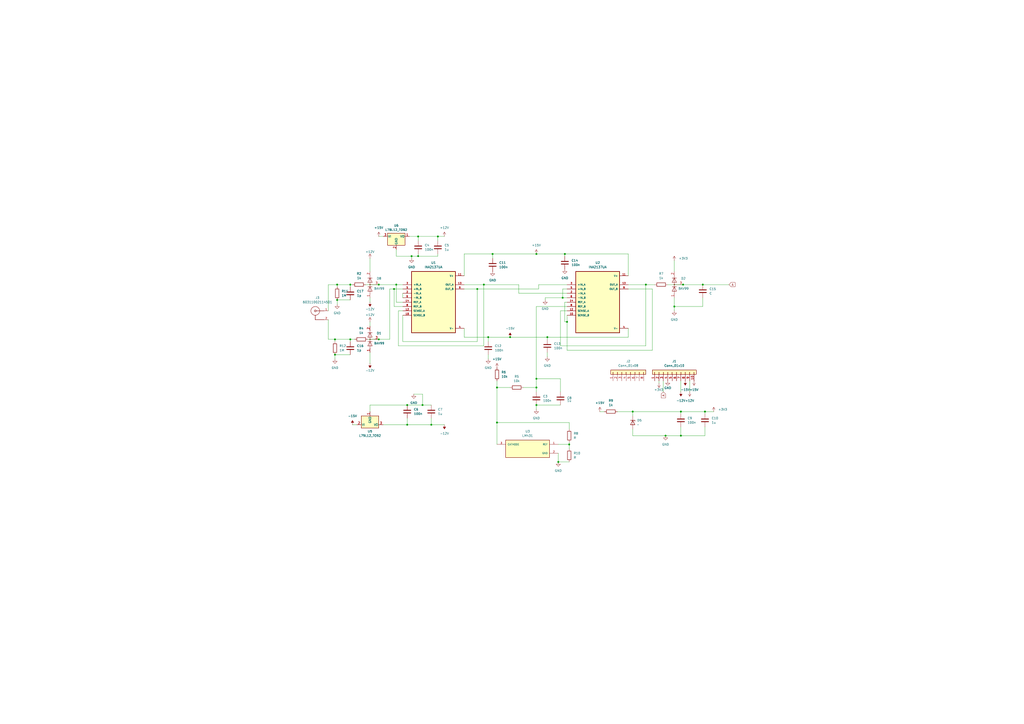
<source format=kicad_sch>
(kicad_sch (version 20231120) (generator "eeschema") (generator_version "8.0")
  (paper "A2")
  (lib_symbols
    (symbol "60311002114501:60311002114501" (pin_names (offset 1.016) hide)
      (property "Reference" "J" (at 0 3.556 0))
      (symbol "60311002114501_0_0"
        (polyline (pts (xy 0 -5.08) (xy 5.08 -5.08)) (stroke (width 0.254)))
        (polyline (pts (xy 0 -2.54) (xy 0 -5.08)) (stroke (width 0.254)))
        (polyline (pts (xy 5.08 0) (xy 0.5334 0)) (stroke (width 0.254)))
        (circle (center 0 0) (radius 0.508) (stroke (width 0.254)))
        (circle (center 0 0) (radius 2.54) (stroke (width 0.2032)))
        (pin passive line (at 7.62 0 180) (length 2.54) (name "~") (number "1"))
        (pin passive line (at 7.62 -5.08 180) (length 2.54) (name "~") (number "2"))
      )
    )
    (symbol "AP7381-50V-A:AP7381-50V-A" (pin_names (offset 1.016))
      (property "Reference" "U3" (at 0 10.16 0))
      (property "Value" "LM431" (at 0 7.62 0))
      (symbol "AP7381-50V-A_0_0"
        (rectangle (start -12.7 -5.08) (end 12.7 5.08) (stroke (width 0.254)) (fill (type background)))
      )
      (symbol "AP7381-50V-A_1_0"
        (pin output line (at 17.78 2.54 180) (length 5.08) (name "REF") (number "1"))
        (pin output line (at 17.78 -2.54 180) (length 5.08) (name "GND") (number "2"))
        (pin input line (at -17.78 2.54 0) (length 5.08) (name "CATHODE") (number "3"))
      )
    )
    (symbol "Connector_Generic:Conn_01x08" (pin_names (offset 1.016) hide)
      (property "Reference" "J" (at 0 10.16 0))
      (property "Value" "Conn_01x08" (at 0 -12.7 0))
      (symbol "Conn_01x08_1_1"
        (rectangle (start -1.27 -10.033) (end 0 -10.287) (stroke (width 0.1524)))
        (rectangle (start -1.27 -7.493) (end 0 -7.747) (stroke (width 0.1524)))
        (rectangle (start -1.27 -4.953) (end 0 -5.207) (stroke (width 0.1524)))
        (rectangle (start -1.27 -2.413) (end 0 -2.667) (stroke (width 0.1524)))
        (rectangle (start -1.27 0.127) (end 0 -0.127) (stroke (width 0.1524)))
        (rectangle (start -1.27 2.667) (end 0 2.413) (stroke (width 0.1524)))
        (rectangle (start -1.27 5.207) (end 0 4.953) (stroke (width 0.1524)))
        (rectangle (start -1.27 7.747) (end 0 7.493) (stroke (width 0.1524)))
        (rectangle (start -1.27 8.89) (end 1.27 -11.43) (stroke (width 0.254)) (fill (type background)))
        (pin passive line (at -5.08 7.62 0) (length 3.81) (name "Pin_1") (number "1"))
        (pin passive line (at -5.08 5.08 0) (length 3.81) (name "Pin_2") (number "2"))
        (pin passive line (at -5.08 2.54 0) (length 3.81) (name "Pin_3") (number "3"))
        (pin passive line (at -5.08 0 0) (length 3.81) (name "Pin_4") (number "4"))
        (pin passive line (at -5.08 -2.54 0) (length 3.81) (name "Pin_5") (number "5"))
        (pin passive line (at -5.08 -5.08 0) (length 3.81) (name "Pin_6") (number "6"))
        (pin passive line (at -5.08 -7.62 0) (length 3.81) (name "Pin_7") (number "7"))
        (pin passive line (at -5.08 -10.16 0) (length 3.81) (name "Pin_8") (number "8"))
      )
    )
    (symbol "Connector_Generic:Conn_01x10" (pin_names (offset 1.016) hide)
      (property "Reference" "J" (at 0 12.7 0))
      (property "Value" "Conn_01x10" (at 0 -15.24 0))
      (symbol "Conn_01x10_1_1"
        (rectangle (start -1.27 -12.573) (end 0 -12.827) (stroke (width 0.1524)))
        (rectangle (start -1.27 -10.033) (end 0 -10.287) (stroke (width 0.1524)))
        (rectangle (start -1.27 -7.493) (end 0 -7.747) (stroke (width 0.1524)))
        (rectangle (start -1.27 -4.953) (end 0 -5.207) (stroke (width 0.1524)))
        (rectangle (start -1.27 -2.413) (end 0 -2.667) (stroke (width 0.1524)))
        (rectangle (start -1.27 0.127) (end 0 -0.127) (stroke (width 0.1524)))
        (rectangle (start -1.27 2.667) (end 0 2.413) (stroke (width 0.1524)))
        (rectangle (start -1.27 5.207) (end 0 4.953) (stroke (width 0.1524)))
        (rectangle (start -1.27 7.747) (end 0 7.493) (stroke (width 0.1524)))
        (rectangle (start -1.27 10.287) (end 0 10.033) (stroke (width 0.1524)))
        (rectangle (start -1.27 11.43) (end 1.27 -13.97) (stroke (width 0.254)) (fill (type background)))
        (pin passive line (at -5.08 10.16 0) (length 3.81) (name "Pin_1") (number "1"))
        (pin passive line (at -5.08 -12.7 0) (length 3.81) (name "Pin_10") (number "10"))
        (pin passive line (at -5.08 7.62 0) (length 3.81) (name "Pin_2") (number "2"))
        (pin passive line (at -5.08 5.08 0) (length 3.81) (name "Pin_3") (number "3"))
        (pin passive line (at -5.08 2.54 0) (length 3.81) (name "Pin_4") (number "4"))
        (pin passive line (at -5.08 0 0) (length 3.81) (name "Pin_5") (number "5"))
        (pin passive line (at -5.08 -2.54 0) (length 3.81) (name "Pin_6") (number "6"))
        (pin passive line (at -5.08 -5.08 0) (length 3.81) (name "Pin_7") (number "7"))
        (pin passive line (at -5.08 -7.62 0) (length 3.81) (name "Pin_8") (number "8"))
        (pin passive line (at -5.08 -10.16 0) (length 3.81) (name "Pin_9") (number "9"))
      )
    )
    (symbol "Device:C" (pin_numbers hide) (pin_names (offset 0.254))
      (property "Reference" "C" (at 0.635 2.54 0))
      (property "Value" "C" (at 0.635 -2.54 0))
      (symbol "C_0_1"
        (polyline (pts (xy -2.032 -0.762) (xy 2.032 -0.762)) (stroke (width 0.508)))
        (polyline (pts (xy -2.032 0.762) (xy 2.032 0.762)) (stroke (width 0.508)))
      )
      (symbol "C_1_1"
        (pin passive line (at 0 3.81 270) (length 2.794) (name "~") (number "1"))
        (pin passive line (at 0 -3.81 90) (length 2.794) (name "~") (number "2"))
      )
    )
    (symbol "Device:R" (pin_numbers hide) (pin_names (offset 0))
      (property "Reference" "R" (at 2.032 0 90))
      (property "Value" "R" (at 0 0 90))
      (symbol "R_0_1"
        (rectangle (start -1.016 -2.54) (end 1.016 2.54) (stroke (width 0.254)))
      )
      (symbol "R_1_1"
        (pin passive line (at 0 3.81 270) (length 1.27) (name "~") (number "1"))
        (pin passive line (at 0 -3.81 90) (length 1.27) (name "~") (number "2"))
      )
    )
    (symbol "Diode:BAV99" (pin_names hide)
      (property "Reference" "D" (at 0 5.08 0))
      (property "Value" "BAV99" (at 0 2.54 0))
      (symbol "BAV99_0_1"
        (polyline (pts (xy -5.08 0) (xy 5.08 0)))
      )
      (symbol "BAV99_1_1"
        (polyline (pts (xy 0 0) (xy 0 -2.54)))
        (polyline (pts (xy -1.27 -1.27) (xy -1.27 1.27) (xy -1.27 1.27)) (stroke (width 0.2032)))
        (polyline (pts (xy 3.81 1.27) (xy 3.81 -1.27) (xy 3.81 -1.27)) (stroke (width 0.2032)))
        (polyline (pts (xy -3.81 1.27) (xy -1.27 0) (xy -3.81 -1.27) (xy -3.81 1.27) (xy -3.81 1.27) (xy -3.81 1.27)) (stroke (width 0.2032)))
        (polyline (pts (xy 1.27 1.27) (xy 3.81 0) (xy 1.27 -1.27) (xy 1.27 1.27) (xy 1.27 1.27) (xy 1.27 1.27)) (stroke (width 0.2032)))
        (circle (center 0 0) (radius 0.254) (fill (type outline)))
        (pin passive line (at -7.62 0 0) (length 2.54) (name "K") (number "1"))
        (pin passive line (at 7.62 0 180) (length 2.54) (name "A") (number "2"))
        (pin passive line (at 0 -5.08 90) (length 2.54) (name "K") (number "3"))
      )
    )
    (symbol "Diode:ZPDxx" (pin_numbers hide) (pin_names hide)
      (property "Reference" "D" (at 0 2.54 0))
      (property "Value" "ZPDxx" (at 0 -2.54 0))
      (symbol "ZPDxx_0_1"
        (polyline (pts (xy 1.27 0) (xy -1.27 0)))
        (polyline (pts (xy -1.27 -1.27) (xy -1.27 1.27) (xy -0.762 1.27)) (stroke (width 0.254)))
        (polyline (pts (xy 1.27 -1.27) (xy 1.27 1.27) (xy -1.27 0) (xy 1.27 -1.27)) (stroke (width 0.254)))
      )
      (symbol "ZPDxx_1_1"
        (pin passive line (at -3.81 0 0) (length 2.54) (name "K") (number "1"))
        (pin passive line (at 3.81 0 180) (length 2.54) (name "A") (number "2"))
      )
    )
    (symbol "INA2137UA:INA2137UA" (pin_names (offset 1.016))
      (property "Reference" "U" (at -12.7 18.7706 0))
      (property "Value" "INA2137UA" (at -12.7 -21.7678 0))
      (symbol "INA2137UA_0_0"
        (rectangle (start -12.7 -17.78) (end 12.7 17.78) (stroke (width 0.4064)) (fill (type background)))
        (pin input line (at -17.78 -7.62 0) (length 5.08) (name "SENSE_B") (number "10"))
        (pin power_in line (at 17.78 15.24 180) (length 5.08) (name "V+") (number "11"))
        (pin input line (at -17.78 -5.08 0) (length 5.08) (name "SENSE_A") (number "12"))
        (pin output line (at 17.78 10.16 180) (length 5.08) (name "OUT_A") (number "13"))
        (pin input line (at -17.78 0 0) (length 5.08) (name "REF_A") (number "14"))
        (pin input line (at -17.78 5.08 0) (length 5.08) (name "-IN_A") (number "2"))
        (pin input line (at -17.78 10.16 0) (length 5.08) (name "+IN_A") (number "3"))
        (pin power_in line (at 17.78 -15.24 180) (length 5.08) (name "V-") (number "4"))
        (pin input line (at -17.78 7.62 0) (length 5.08) (name "+IN_B") (number "5"))
        (pin input line (at -17.78 2.54 0) (length 5.08) (name "-IN_B") (number "6"))
        (pin input line (at -17.78 -2.54 0) (length 5.08) (name "REF_B") (number "8"))
        (pin output line (at 17.78 7.62 180) (length 5.08) (name "OUT_B") (number "9"))
      )
    )
    (symbol "INA2137UA_1" (pin_names (offset 1.016))
      (property "Reference" "U" (at -12.7 18.7706 0))
      (property "Value" "INA2137UA" (at -12.7 -21.7678 0))
      (symbol "INA2137UA_1_0_0"
        (rectangle (start -12.7 -17.78) (end 12.7 17.78) (stroke (width 0.4064)) (fill (type background)))
        (pin input line (at -17.78 -7.62 0) (length 5.08) (name "SENSE_B") (number "10"))
        (pin power_in line (at 17.78 15.24 180) (length 5.08) (name "V+") (number "11"))
        (pin input line (at -17.78 -5.08 0) (length 5.08) (name "SENSE_A") (number "12"))
        (pin output line (at 17.78 10.16 180) (length 5.08) (name "OUT_A") (number "13"))
        (pin input line (at -17.78 0 0) (length 5.08) (name "REF_A") (number "14"))
        (pin input line (at -17.78 5.08 0) (length 5.08) (name "-IN_A") (number "2"))
        (pin input line (at -17.78 10.16 0) (length 5.08) (name "+IN_A") (number "3"))
        (pin power_in line (at 17.78 -15.24 180) (length 5.08) (name "V-") (number "4"))
        (pin input line (at -17.78 7.62 0) (length 5.08) (name "+IN_B") (number "5"))
        (pin input line (at -17.78 2.54 0) (length 5.08) (name "-IN_B") (number "6"))
        (pin input line (at -17.78 -2.54 0) (length 5.08) (name "REF_B") (number "8"))
        (pin output line (at 17.78 7.62 180) (length 5.08) (name "OUT_B") (number "9"))
      )
    )
    (symbol "Regulator_Linear:L78L12_TO92" (pin_names (offset 0.254))
      (property "Reference" "U" (at -3.81 3.175 0))
      (property "Value" "L78L12_TO92" (at 0 3.175 0))
      (symbol "L78L12_TO92_0_1"
        (rectangle (start -5.08 -5.08) (end 5.08 1.905) (stroke (width 0.254)) (fill (type background)))
      )
      (symbol "L78L12_TO92_1_1"
        (pin power_out line (at 7.62 0 180) (length 2.54) (name "VO") (number "1"))
        (pin power_in line (at 0 -7.62 90) (length 2.54) (name "GND") (number "2"))
        (pin power_in line (at -7.62 0 0) (length 2.54) (name "VI") (number "3"))
      )
    )
    (symbol "Regulator_Linear:L79L12_TO92" (pin_names (offset 0.254))
      (property "Reference" "U" (at -3.81 -3.175 0))
      (property "Value" "L79L12_TO92" (at 0 -3.175 0))
      (symbol "L79L12_TO92_0_1"
        (rectangle (start -5.08 5.08) (end 5.08 -1.905) (stroke (width 0.254)) (fill (type background)))
      )
      (symbol "L79L12_TO92_1_1"
        (pin power_in line (at 0 7.62 270) (length 2.54) (name "GND") (number "1"))
        (pin power_in line (at -7.62 0 0) (length 2.54) (name "VI") (number "2"))
        (pin power_out line (at 7.62 0 180) (length 2.54) (name "VO") (number "3"))
      )
    )
    (symbol "power:+12V" (power) (pin_numbers hide) (pin_names (offset 0) hide)
      (property "Value" "+12V" (at 0 3.556 0))
      (symbol "+12V_0_1"
        (polyline (pts (xy -0.762 1.27) (xy 0 2.54)))
        (polyline (pts (xy 0 0) (xy 0 2.54)))
        (polyline (pts (xy 0 2.54) (xy 0.762 1.27)))
      )
      (symbol "+12V_1_1"
        (pin power_in line (at 0 0 90) (length 0) (name "~") (number "1"))
      )
    )
    (symbol "power:+15V" (power) (pin_numbers hide) (pin_names (offset 0) hide)
      (property "Value" "+15V" (at 0 3.556 0))
      (symbol "+15V_0_1"
        (polyline (pts (xy -0.762 1.27) (xy 0 2.54)))
        (polyline (pts (xy 0 0) (xy 0 2.54)))
        (polyline (pts (xy 0 2.54) (xy 0.762 1.27)))
      )
      (symbol "+15V_1_1"
        (pin power_in line (at 0 0 90) (length 0) (name "~") (number "1"))
      )
    )
    (symbol "power:+2V5" (power) (pin_numbers hide) (pin_names (offset 0) hide)
      (property "Value" "+2V5" (at 0 3.556 0))
      (symbol "+2V5_0_1"
        (polyline (pts (xy -0.762 1.27) (xy 0 2.54)))
        (polyline (pts (xy 0 0) (xy 0 2.54)))
        (polyline (pts (xy 0 2.54) (xy 0.762 1.27)))
      )
      (symbol "+2V5_1_1"
        (pin power_in line (at 0 0 90) (length 0) (name "~") (number "1"))
      )
    )
    (symbol "power:-12V" (power) (pin_numbers hide) (pin_names (offset 0) hide)
      (property "Value" "-12V" (at 0 3.556 0))
      (symbol "-12V_0_0"
        (pin power_in line (at 0 0 90) (length 0) (name "~") (number "1"))
      )
      (symbol "-12V_0_1"
        (polyline (pts (xy 0 0) (xy 0 1.27) (xy 0.762 1.27) (xy 0 2.54) (xy -0.762 1.27) (xy 0 1.27)) (fill (type outline)))
      )
    )
    (symbol "power:-15V" (power) (pin_numbers hide) (pin_names (offset 0) hide)
      (property "Value" "-15V" (at 0 3.556 0))
      (symbol "-15V_0_0"
        (pin power_in line (at 0 0 90) (length 0) (name "~") (number "1"))
      )
      (symbol "-15V_0_1"
        (polyline (pts (xy 0 0) (xy 0 1.27) (xy 0.762 1.27) (xy 0 2.54) (xy -0.762 1.27) (xy 0 1.27)) (fill (type outline)))
      )
    )
    (symbol "power:GND" (power) (pin_numbers hide) (pin_names (offset 0) hide)
      (property "Value" "GND" (at 0 -3.81 0))
      (symbol "GND_0_1"
        (polyline (pts (xy 0 0) (xy 0 -1.27) (xy 1.27 -1.27) (xy 0 -2.54) (xy -1.27 -1.27) (xy 0 -1.27)))
      )
      (symbol "GND_1_1"
        (pin power_in line (at 0 0 270) (length 0) (name "~") (number "1"))
      )
    )
  )
  (junction (at 330.2 257.81))
  (junction (at 203.2 196.85))
  (junction (at 229.87 165.1))
  (junction (at 242.57 148.59))
  (junction (at 250.19 246.38))
  (junction (at 280.67 165.1))
  (junction (at 311.15 219.71))
  (junction (at 203.2 165.1))
  (junction (at 311.15 147.32))
  (junction (at 394.97 238.76))
  (junction (at 236.22 246.38))
  (junction (at 195.58 173.99))
  (junction (at 327.66 147.32))
  (junction (at 254 137.16))
  (junction (at 288.29 245.11))
  (junction (at 396.24 165.1))
  (junction (at 283.21 195.58))
  (junction (at 407.67 165.1))
  (junction (at 228.6 167.64))
  (junction (at 408.94 238.76))
  (junction (at 311.15 234.95))
  (junction (at 219.71 165.1))
  (junction (at 285.75 147.32))
  (junction (at 391.16 177.8))
  (junction (at 194.31 205.74))
  (junction (at 386.08 252.73))
  (junction (at 288.29 224.79))
  (junction (at 238.76 148.59))
  (junction (at 317.5 195.58))
  (junction (at 295.91 195.58))
  (junction (at 323.85 267.97))
  (junction (at 328.93 186.69))
  (junction (at 326.39 172.72))
  (junction (at 367.03 238.76))
  (junction (at 194.31 196.85))
  (junction (at 242.57 137.16))
  (junction (at 236.22 234.95))
  (junction (at 245.11 234.95))
  (junction (at 311.15 224.79))
  (junction (at 394.97 252.73))
  (junction (at 276.86 167.64))
  (junction (at 219.71 196.85))
  (junction (at 374.65 165.1))
  (junction (at 195.58 165.1))
  (wire (pts (xy 396.24 165.1) (xy 407.67 165.1)))
  (wire (pts (xy 231.14 180.34) (xy 231.14 200.66)))
  (wire (pts (xy 269.24 160.02) (xy 269.24 147.32)))
  (wire (pts (xy 311.15 219.71) (xy 325.12 219.71)))
  (wire (pts (xy 330.2 257.81) (xy 330.2 260.35)))
  (wire (pts (xy 236.22 246.38) (xy 250.19 246.38)))
  (wire (pts (xy 327.66 175.26) (xy 327.66 186.69)))
  (wire (pts (xy 316.23 172.72) (xy 316.23 173.99)))
  (wire (pts (xy 233.68 170.18) (xy 233.68 172.72)))
  (wire (pts (xy 190.5 185.42) (xy 190.5 196.85)))
  (wire (pts (xy 367.03 238.76) (xy 367.03 241.3)))
  (wire (pts (xy 214.63 234.95) (xy 236.22 234.95)))
  (wire (pts (xy 330.2 248.92) (xy 330.2 245.11)))
  (wire (pts (xy 311.15 177.8) (xy 311.15 219.71)))
  (wire (pts (xy 195.58 165.1) (xy 190.5 165.1)))
  (wire (pts (xy 229.87 144.78) (xy 229.87 148.59)))
  (wire (pts (xy 283.21 195.58) (xy 283.21 198.12)))
  (wire (pts (xy 205.74 196.85) (xy 203.2 196.85)))
  (wire (pts (xy 228.6 167.64) (xy 226.06 167.64)))
  (wire (pts (xy 219.71 196.85) (xy 226.06 196.85)))
  (wire (pts (xy 330.2 245.11) (xy 288.29 245.11)))
  (wire (pts (xy 269.24 165.1) (xy 280.67 165.1)))
  (wire (pts (xy 233.68 167.64) (xy 228.6 167.64)))
  (wire (pts (xy 364.49 147.32) (xy 364.49 160.02)))
  (wire (pts (xy 328.93 175.26) (xy 327.66 175.26)))
  (wire (pts (xy 325.12 234.95) (xy 311.15 234.95)))
  (wire (pts (xy 238.76 148.59) (xy 242.57 148.59)))
  (wire (pts (xy 295.91 195.58) (xy 317.5 195.58)))
  (wire (pts (xy 245.11 228.6) (xy 245.11 234.95)))
  (wire (pts (xy 254 137.16) (xy 257.81 137.16)))
  (wire (pts (xy 328.93 182.88) (xy 328.93 186.69)))
  (wire (pts (xy 240.03 228.6) (xy 245.11 228.6)))
  (wire (pts (xy 387.35 165.1) (xy 396.24 165.1)))
  (wire (pts (xy 269.24 147.32) (xy 285.75 147.32)))
  (wire (pts (xy 323.85 262.89) (xy 323.85 267.97)))
  (wire (pts (xy 408.94 238.76) (xy 408.94 240.03)))
  (wire (pts (xy 242.57 147.32) (xy 242.57 148.59)))
  (wire (pts (xy 195.58 173.99) (xy 203.2 173.99)))
  (wire (pts (xy 327.66 147.32) (xy 364.49 147.32)))
  (wire (pts (xy 214.63 172.72) (xy 214.63 175.26)))
  (wire (pts (xy 311.15 219.71) (xy 311.15 224.79)))
  (wire (pts (xy 280.67 200.66) (xy 280.67 165.1)))
  (wire (pts (xy 400.05 220.98) (xy 400.05 227.33)))
  (wire (pts (xy 328.93 170.18) (xy 300.99 170.18)))
  (wire (pts (xy 203.2 196.85) (xy 194.31 196.85)))
  (wire (pts (xy 242.57 148.59) (xy 254 148.59)))
  (wire (pts (xy 323.85 267.97) (xy 330.2 267.97)))
  (wire (pts (xy 327.66 186.69) (xy 328.93 186.69)))
  (wire (pts (xy 323.85 257.81) (xy 330.2 257.81)))
  (wire (pts (xy 229.87 165.1) (xy 233.68 165.1)))
  (wire (pts (xy 328.93 203.2) (xy 378.46 203.2)))
  (wire (pts (xy 276.86 167.64) (xy 312.42 167.64)))
  (wire (pts (xy 283.21 195.58) (xy 295.91 195.58)))
  (wire (pts (xy 229.87 165.1) (xy 229.87 175.26)))
  (wire (pts (xy 203.2 196.85) (xy 203.2 198.12)))
  (wire (pts (xy 364.49 190.5) (xy 364.49 195.58)))
  (wire (pts (xy 303.53 224.79) (xy 311.15 224.79)))
  (wire (pts (xy 222.25 246.38) (xy 236.22 246.38)))
  (wire (pts (xy 288.29 245.11) (xy 288.29 257.81)))
  (wire (pts (xy 213.36 196.85) (xy 219.71 196.85)))
  (wire (pts (xy 328.93 186.69) (xy 328.93 203.2)))
  (wire (pts (xy 204.47 246.38) (xy 207.01 246.38)))
  (wire (pts (xy 325.12 180.34) (xy 325.12 200.66)))
  (wire (pts (xy 311.15 147.32) (xy 327.66 147.32)))
  (wire (pts (xy 276.86 198.12) (xy 276.86 167.64)))
  (wire (pts (xy 203.2 165.1) (xy 203.2 166.37)))
  (wire (pts (xy 236.22 234.95) (xy 245.11 234.95)))
  (wire (pts (xy 347.98 238.76) (xy 350.52 238.76)))
  (wire (pts (xy 386.08 252.73) (xy 394.97 252.73)))
  (wire (pts (xy 231.14 200.66) (xy 280.67 200.66)))
  (wire (pts (xy 236.22 242.57) (xy 236.22 246.38)))
  (wire (pts (xy 407.67 177.8) (xy 407.67 172.72)))
  (wire (pts (xy 327.66 147.32) (xy 327.66 148.59)))
  (wire (pts (xy 254 147.32) (xy 254 148.59)))
  (wire (pts (xy 391.16 151.13) (xy 391.16 157.48)))
  (wire (pts (xy 317.5 204.47) (xy 317.5 207.01)))
  (wire (pts (xy 194.31 196.85) (xy 194.31 198.12)))
  (wire (pts (xy 382.27 220.98) (xy 382.27 222.25)))
  (wire (pts (xy 328.93 165.1) (xy 312.42 165.1)))
  (wire (pts (xy 384.81 220.98) (xy 384.81 227.33)))
  (wire (pts (xy 364.49 167.64) (xy 378.46 167.64)))
  (wire (pts (xy 283.21 205.74) (xy 283.21 208.28)))
  (wire (pts (xy 233.68 198.12) (xy 276.86 198.12)))
  (wire (pts (xy 328.93 167.64) (xy 326.39 167.64)))
  (wire (pts (xy 194.31 205.74) (xy 194.31 208.28)))
  (wire (pts (xy 374.65 165.1) (xy 364.49 165.1)))
  (wire (pts (xy 228.6 167.64) (xy 228.6 177.8)))
  (wire (pts (xy 326.39 172.72) (xy 316.23 172.72)))
  (wire (pts (xy 367.03 248.92) (xy 367.03 252.73)))
  (wire (pts (xy 242.57 139.7) (xy 242.57 137.16)))
  (wire (pts (xy 328.93 172.72) (xy 326.39 172.72)))
  (wire (pts (xy 422.91 165.1) (xy 407.67 165.1)))
  (wire (pts (xy 330.2 256.54) (xy 330.2 257.81)))
  (wire (pts (xy 214.63 204.47) (xy 214.63 210.82)))
  (wire (pts (xy 358.14 238.76) (xy 367.03 238.76)))
  (wire (pts (xy 325.12 200.66) (xy 374.65 200.66)))
  (wire (pts (xy 300.99 170.18) (xy 300.99 165.1)))
  (wire (pts (xy 326.39 167.64) (xy 326.39 172.72)))
  (wire (pts (xy 394.97 238.76) (xy 394.97 240.03)))
  (wire (pts (xy 204.47 165.1) (xy 203.2 165.1)))
  (wire (pts (xy 394.97 252.73) (xy 408.94 252.73)))
  (wire (pts (xy 250.19 242.57) (xy 250.19 246.38)))
  (wire (pts (xy 394.97 247.65) (xy 394.97 252.73)))
  (wire (pts (xy 194.31 205.74) (xy 203.2 205.74)))
  (wire (pts (xy 312.42 165.1) (xy 312.42 167.64)))
  (wire (pts (xy 391.16 177.8) (xy 407.67 177.8)))
  (wire (pts (xy 391.16 172.72) (xy 391.16 177.8)))
  (wire (pts (xy 269.24 195.58) (xy 283.21 195.58)))
  (wire (pts (xy 374.65 200.66) (xy 374.65 165.1)))
  (wire (pts (xy 219.71 165.1) (xy 229.87 165.1)))
  (wire (pts (xy 194.31 196.85) (xy 190.5 196.85)))
  (wire (pts (xy 394.97 220.98) (xy 394.97 227.33)))
  (wire (pts (xy 190.5 165.1) (xy 190.5 180.34)))
  (wire (pts (xy 229.87 148.59) (xy 238.76 148.59)))
  (wire (pts (xy 203.2 165.1) (xy 195.58 165.1)))
  (wire (pts (xy 237.49 137.16) (xy 242.57 137.16)))
  (wire (pts (xy 311.15 224.79) (xy 311.15 227.33)))
  (wire (pts (xy 374.65 165.1) (xy 379.73 165.1)))
  (wire (pts (xy 214.63 149.86) (xy 214.63 157.48)))
  (wire (pts (xy 391.16 177.8) (xy 391.16 180.34)))
  (wire (pts (xy 317.5 195.58) (xy 364.49 195.58)))
  (wire (pts (xy 195.58 165.1) (xy 195.58 166.37)))
  (wire (pts (xy 311.15 234.95) (xy 311.15 237.49)))
  (wire (pts (xy 250.19 246.38) (xy 257.81 246.38)))
  (wire (pts (xy 317.5 195.58) (xy 317.5 196.85)))
  (wire (pts (xy 269.24 167.64) (xy 276.86 167.64)))
  (wire (pts (xy 254 139.7) (xy 254 137.16)))
  (wire (pts (xy 288.29 224.79) (xy 288.29 245.11)))
  (wire (pts (xy 408.94 238.76) (xy 414.02 238.76)))
  (wire (pts (xy 242.57 137.16) (xy 254 137.16)))
  (wire (pts (xy 295.91 224.79) (xy 288.29 224.79)))
  (wire (pts (xy 219.71 137.16) (xy 222.25 137.16)))
  (wire (pts (xy 269.24 190.5) (xy 269.24 195.58)))
  (wire (pts (xy 285.75 147.32) (xy 311.15 147.32)))
  (wire (pts (xy 288.29 220.98) (xy 288.29 224.79)))
  (wire (pts (xy 328.93 177.8) (xy 311.15 177.8)))
  (wire (pts (xy 229.87 175.26) (xy 233.68 175.26)))
  (wire (pts (xy 214.63 234.95) (xy 214.63 238.76)))
  (wire (pts (xy 328.93 180.34) (xy 325.12 180.34)))
  (wire (pts (xy 195.58 173.99) (xy 195.58 176.53)))
  (wire (pts (xy 367.03 252.73) (xy 386.08 252.73)))
  (wire (pts (xy 233.68 180.34) (xy 231.14 180.34)))
  (wire (pts (xy 280.67 165.1) (xy 300.99 165.1)))
  (wire (pts (xy 408.94 247.65) (xy 408.94 252.73)))
  (wire (pts (xy 378.46 203.2) (xy 378.46 167.64)))
  (wire (pts (xy 212.09 165.1) (xy 219.71 165.1)))
  (wire (pts (xy 238.76 149.86) (xy 238.76 148.59)))
  (wire (pts (xy 394.97 238.76) (xy 408.94 238.76)))
  (wire (pts (xy 285.75 147.32) (xy 285.75 149.86)))
  (wire (pts (xy 367.03 238.76) (xy 394.97 238.76)))
  (wire (pts (xy 228.6 177.8) (xy 233.68 177.8)))
  (wire (pts (xy 233.68 182.88) (xy 233.68 198.12)))
  (wire (pts (xy 226.06 167.64) (xy 226.06 196.85)))
  (wire (pts (xy 214.63 186.69) (xy 214.63 189.23)))
  (wire (pts (xy 245.11 234.95) (xy 250.19 234.95)))
  (wire (pts (xy 325.12 227.33) (xy 325.12 219.71)))
  (global_label "A" (shape input) (at 422.91 165.1 0) (property "Intersheetrefs" "${INTERSHEET_REFS}" (effects (hide yes))))
  (global_label "A" (shape input) (at 384.81 227.33 270) (property "Intersheetrefs" "${INTERSHEET_REFS}" (effects (hide yes))))
  (symbol (lib_id "power:+12V") (at 214.63 149.86 0) (unit 1)
    (property "Reference" "#PWR032" (effects (hide yes)))
    (property "Value" "+12V" (at 214.63 146.05 0))
    (property "Description" "Power symbol creates a global label with name \"+12V\"" (effects (hide yes)))
  )
  (symbol (lib_id "Device:R") (at 194.31 201.93 0) (unit 1)
    (property "Reference" "R12" (at 196.85 200.6599 0) (effects (justify left)))
    (property "Value" "1M" (at 196.85 203.1999 0) (effects (justify left)))
    (property "Footprint" "Resistor_SMD:R_1206_3216Metric_Pad1.30x1.75mm_HandSolder" (effects (hide yes)))
    (property "Description" "Resistor" (effects (hide yes)))
  )
  (symbol (lib_id "power:+2V5") (at 382.27 222.25 180) (unit 1)
    (property "Reference" "#PWR031" (effects (hide yes)))
    (property "Value" "+3V3" (at 379.476 226.06 0) (effects (justify right)))
    (property "Description" "Power symbol creates a global label with name \"+2V5\"" (effects (hide yes)))
  )
  (symbol (lib_id "Regulator_Linear:L79L12_TO92") (at 214.63 246.38 0) (unit 1)
    (property "Reference" "U5" (at 214.63 250.19 0))
    (property "Value" "L79L12_TO92" (at 214.63 252.73 0))
    (property "Footprint" "Package_TO_SOT_THT:TO-92_Inline" (effects (hide yes)))
    (property "Datasheet" "http://www.farnell.com/datasheets/1827870.pdf" (effects (hide yes)))
    (property "Description" "Negative 100mA -30V Linear Regulator, Fixed Output -5V, TO-92" (effects (hide yes)))
  )
  (symbol (lib_id "Diode:BAV99") (at 214.63 196.85 90) (unit 1)
    (property "Reference" "D1" (at 221.234 193.294 90) (effects (justify left)))
    (property "Value" "BAV99" (at 223.012 199.136 90) (effects (justify left)))
    (property "Footprint" "Package_TO_SOT_SMD:SOT-23" (effects (hide yes)))
    (property "Datasheet" "https://assets.nexperia.com/documents/data-sheet/BAV99_SER.pdf" (effects (hide yes)))
    (property "Description" "BAV99 High-speed switching diodes, SOT-23" (effects (hide yes)))
  )
  (symbol (lib_id "Device:C") (at 311.15 231.14 0) (unit 1)
    (property "Reference" "C3" (at 314.96 229.8699 0) (effects (justify left)))
    (property "Value" "100n" (at 314.96 232.4099 0) (effects (justify left)))
    (property "Footprint" "Capacitor_SMD:C_1206_3216Metric_Pad1.33x1.80mm_HandSolder" (effects (hide yes)))
    (property "Description" "Unpolarized capacitor" (effects (hide yes)))
  )
  (symbol (lib_id "Device:C") (at 325.12 231.14 0) (unit 1)
    (property "Reference" "C8" (at 328.93 230.886 0) (effects (justify left)))
    (property "Value" "1u" (at 328.93 232.4099 0) (effects (justify left)))
    (property "Footprint" "Capacitor_THT:CP_Radial_Tantal_D7.0mm_P5.00mm" (effects (hide yes)))
    (property "Description" "Unpolarized capacitor" (effects (hide yes)))
  )
  (symbol (lib_id "power:GND") (at 317.5 207.01 0) (unit 1)
    (property "Reference" "#PWR029" (effects (hide yes)))
    (property "Value" "GND" (at 317.5 212.09 0))
    (property "Description" "Power symbol creates a global label with name \"GND\" , ground" (effects (hide yes)))
  )
  (symbol (lib_id "power:-15V") (at 204.47 246.38 0) (unit 1)
    (property "Reference" "#PWR016" (effects (hide yes)))
    (property "Value" "-15V" (at 204.47 241.3 0))
    (property "Description" "Power symbol creates a global label with name \"-15V\"" (effects (hide yes)))
  )
  (symbol (lib_id "power:GND") (at 387.35 220.98 0) (unit 1)
    (property "Reference" "#PWR021" (effects (hide yes)))
    (property "Value" "GND" (at 387.35 225.044 0))
    (property "Description" "Power symbol creates a global label with name \"GND\" , ground" (effects (hide yes)))
  )
  (symbol (lib_id "Device:C") (at 242.57 143.51 0) (unit 1)
    (property "Reference" "C4" (at 246.38 142.2399 0) (effects (justify left)))
    (property "Value" "100n" (at 246.38 144.7799 0) (effects (justify left)))
    (property "Footprint" "Capacitor_SMD:C_1206_3216Metric_Pad1.33x1.80mm_HandSolder" (effects (hide yes)))
    (property "Description" "Unpolarized capacitor" (effects (hide yes)))
  )
  (symbol (lib_id "power:-12V") (at 214.63 210.82 180) (unit 1)
    (property "Reference" "#PWR034" (effects (hide yes)))
    (property "Value" "-12V" (at 214.63 214.884 0))
    (property "Description" "Power symbol creates a global label with name \"-12V\"" (effects (hide yes)))
  )
  (symbol (lib_id "Device:C") (at 283.21 201.93 0) (unit 1)
    (property "Reference" "C12" (at 287.02 200.6599 0) (effects (justify left)))
    (property "Value" "100n" (at 287.02 203.1999 0) (effects (justify left)))
    (property "Footprint" "Capacitor_SMD:C_1206_3216Metric_Pad1.33x1.80mm_HandSolder" (effects (hide yes)))
    (property "Description" "Unpolarized capacitor" (effects (hide yes)))
  )
  (symbol (lib_id "power:GND") (at 285.75 157.48 0) (unit 1)
    (property "Reference" "#PWR024" (effects (hide yes)))
    (property "Value" "GND" (at 285.75 162.56 0))
    (property "Description" "Power symbol creates a global label with name \"GND\" , ground" (effects (hide yes)))
  )
  (symbol (lib_id "Diode:ZPDxx") (at 367.03 245.11 270) (unit 1)
    (property "Reference" "D5" (at 369.57 243.8399 90) (effects (justify left)))
    (property "Value" "~" (at 369.57 246.3799 90) (effects (justify left)))
    (property "Footprint" "Diode_THT:D_A-405_P2.54mm_Vertical_KathodeUp" (effects (hide yes)))
    (property "Datasheet" "http://diotec.com/tl_files/diotec/files/pdf/datasheets/zpd1" (effects (hide yes)))
    (property "Description" "500mW Zener Diode, DO-35" (effects (hide yes)))
  )
  (symbol (lib_id "power:+12V") (at 257.81 137.16 0) (unit 1)
    (property "Reference" "#PWR023" (effects (hide yes)))
    (property "Value" "+12V" (at 257.81 132.08 0))
    (property "Description" "Power symbol creates a global label with name \"+12V\"" (effects (hide yes)))
  )
  (symbol (lib_id "power:+2V5") (at 391.16 151.13 0) (unit 1)
    (property "Reference" "#PWR036" (effects (hide yes)))
    (property "Value" "+3V3" (at 393.7 149.8599 0) (effects (justify left)))
    (property "Description" "Power symbol creates a global label with name \"+2V5\"" (effects (hide yes)))
  )
  (symbol (lib_id "Device:C") (at 250.19 238.76 0) (unit 1)
    (property "Reference" "C7" (at 254 237.4899 0) (effects (justify left)))
    (property "Value" "1u" (at 254 240.0299 0) (effects (justify left)))
    (property "Footprint" "Capacitor_THT:CP_Radial_Tantal_D7.0mm_P5.00mm" (effects (hide yes)))
    (property "Description" "Unpolarized capacitor" (effects (hide yes)))
  )
  (symbol (lib_id "power:-12V") (at 257.81 246.38 180) (unit 1)
    (property "Reference" "#PWR022" (effects (hide yes)))
    (property "Value" "-12V" (at 257.81 251.46 0))
    (property "Description" "Power symbol creates a global label with name \"-12V\"" (effects (hide yes)))
  )
  (symbol (lib_id "power:GND") (at 240.03 228.6 0) (unit 1)
    (property "Reference" "#PWR011" (effects (hide yes)))
    (property "Value" "GND" (at 240.03 233.68 0))
    (property "Description" "Power symbol creates a global label with name \"GND\" , ground" (effects (hide yes)))
  )
  (symbol (lib_id "Device:C") (at 408.94 243.84 0) (unit 1)
    (property "Reference" "C10" (at 412.75 242.5699 0) (effects (justify left)))
    (property "Value" "1u" (at 412.75 245.1099 0) (effects (justify left)))
    (property "Footprint" "Capacitor_THT:CP_Radial_Tantal_D7.0mm_P5.00mm" (effects (hide yes)))
    (property "Description" "Unpolarized capacitor" (effects (hide yes)))
  )
  (symbol (lib_name "INA2137UA_1") (lib_id "INA2137UA:INA2137UA") (at 346.71 175.26 0) (unit 1)
    (property "Reference" "U2" (at 346.71 152.4 0))
    (property "Value" "INA2137UA" (at 346.71 154.94 0))
    (property "Footprint" "INA2137UA (1):SOIC127P600X175-14N" (effects (hide yes)))
    (property "Description" "\\n                        \\n                            Dual, audio differential line receivers, +-6 dB (g=1/2 or 2)\\n                        \\n" (effects (hide yes)))
    (property "SnapEDA_Link" "https://www.snapeda.com/parts/INA2137UA/Texas+Instruments/view-part/?ref=snap" (effects (hide yes)))
    (property "MF" "Texas Instruments" (effects (hide yes)))
    (property "Package" "SOIC-14 Texas Instruments" (effects (hide yes)))
    (property "Check_prices" "https://www.snapeda.com/parts/INA2137UA/Texas+Instruments/view-part/?ref=eda" (effects (hide yes)))
    (property "MP" "INA2137UA" (effects (hide yes)))
  )
  (symbol (lib_id "60311002114501:60311002114501") (at 182.88 180.34 0) (unit 1)
    (property "Reference" "J3" (at 184.1627 172.72 0))
    (property "Value" "60311002114501" (at 184.1627 175.26 0))
    (property "Footprint" "Connector_Coaxial:SMA_Molex_73251-2200_Horizontal" (effects (hide yes)))
    (property "Description" "\\n                        \\n                            SMA Connector Jack, Female Socket 50 Ohms Through Hole, Right Angle Solder\\n                        \\n" (effects (hide yes)))
    (property "Package" "None" (effects (hide yes)))
    (property "MOUNT" "THT" (effects (hide yes)))
    (property "Check_prices" "https://www.snapeda.com/parts/60311002114501/Wurth+Elektronik/view-part/?ref=eda" (effects (hide yes)))
    (property "VALUE" "60311002114501" (effects (hide yes)))
    (property "Price" "None" (effects (hide yes)))
    (property "INTERFACE" "MIL-STD-348" (effects (hide yes)))
    (property "SnapEDA_Link" "https://www.snapeda.com/parts/60311002114501/Wurth+Elektronik/view-part/?ref=snap" (effects (hide yes)))
    (property "DATASHEET-URL" "https://www.we-online.com/redexpert/spec/60311002114501?ae" (effects (hide yes)))
    (property "MP" "60311002114501" (effects (hide yes)))
    (property "PART-NUMBER" "60311002114501" (effects (hide yes)))
    (property "IMPEDANCE" "50Ohm" (effects (hide yes)))
    (property "Availability" "In Stock" (effects (hide yes)))
    (property "FREQUENCY-RANGE" "DC~{18} GHz" (effects (hide yes)))
    (property "SIZE" "Right Angle Jack" (effects (hide yes)))
  )
  (symbol (lib_id "power:GND") (at 311.15 237.49 0) (unit 1)
    (property "Reference" "#PWR07" (effects (hide yes)))
    (property "Value" "GND" (at 311.15 242.57 0))
    (property "Description" "Power symbol creates a global label with name \"GND\" , ground" (effects (hide yes)))
  )
  (symbol (lib_id "AP7381-50V-A:AP7381-50V-A") (at 306.07 260.35 0) (unit 1)
    (property "Reference" "U3" (at 306.07 250.19 0))
    (property "Value" "LM431" (at 306.07 252.73 0))
    (property "Footprint" "Package_TO_SOT_THT:TO-92" (effects (hide yes)))
  )
  (symbol (lib_id "Device:C") (at 317.5 200.66 0) (unit 1)
    (property "Reference" "C13" (at 321.31 199.3899 0) (effects (justify left)))
    (property "Value" "100n" (at 321.31 201.9299 0) (effects (justify left)))
    (property "Footprint" "Capacitor_SMD:C_1206_3216Metric_Pad1.33x1.80mm_HandSolder" (effects (hide yes)))
    (property "Description" "Unpolarized capacitor" (effects (hide yes)))
  )
  (symbol (lib_id "power:-15V") (at 295.91 195.58 0) (unit 1)
    (property "Reference" "#PWR027" (effects (hide yes)))
    (property "Value" "-15V" (at 295.91 190.5 0))
    (property "Description" "Power symbol creates a global label with name \"-15V\"" (effects (hide yes)))
  )
  (symbol (lib_id "Device:C") (at 203.2 201.93 0) (unit 1)
    (property "Reference" "C16" (at 207.01 200.6599 0) (effects (justify left)))
    (property "Value" "1p" (at 207.01 203.1999 0) (effects (justify left)))
    (property "Footprint" "Capacitor_SMD:C_1206_3216Metric_Pad1.33x1.80mm_HandSolder" (effects (hide yes)))
    (property "Description" "Unpolarized capacitor" (effects (hide yes)))
  )
  (symbol (lib_id "Device:R") (at 299.72 224.79 90) (unit 1)
    (property "Reference" "R5" (at 299.72 218.44 90))
    (property "Value" "10k" (at 299.72 220.98 90))
    (property "Footprint" "Resistor_SMD:R_1206_3216Metric_Pad1.30x1.75mm_HandSolder" (effects (hide yes)))
    (property "Description" "Resistor" (effects (hide yes)))
  )
  (symbol (lib_id "power:+12V") (at 400.05 227.33 180) (unit 1)
    (property "Reference" "#PWR018" (effects (hide yes)))
    (property "Value" "+12V" (at 400.05 232.41 0))
    (property "Description" "Power symbol creates a global label with name \"+12V\"" (effects (hide yes)))
  )
  (symbol (lib_id "Device:C") (at 327.66 152.4 0) (unit 1)
    (property "Reference" "C14" (at 331.47 151.1299 0) (effects (justify left)))
    (property "Value" "100n" (at 331.47 153.6699 0) (effects (justify left)))
    (property "Footprint" "Capacitor_SMD:C_1206_3216Metric_Pad1.33x1.80mm_HandSolder" (effects (hide yes)))
    (property "Description" "Unpolarized capacitor" (effects (hide yes)))
  )
  (symbol (lib_id "Device:C") (at 203.2 170.18 0) (unit 1)
    (property "Reference" "C17" (at 207.01 168.9099 0) (effects (justify left)))
    (property "Value" "1p" (at 207.01 171.4499 0) (effects (justify left)))
    (property "Footprint" "Capacitor_SMD:C_1206_3216Metric_Pad1.33x1.80mm_HandSolder" (effects (hide yes)))
    (property "Description" "Unpolarized capacitor" (effects (hide yes)))
  )
  (symbol (lib_id "Connector_Generic:Conn_01x10") (at 389.89 215.9 90) (unit 1)
    (property "Reference" "J1" (at 391.16 209.55 90))
    (property "Value" "Conn_01x10" (at 391.16 212.09 90))
    (property "Footprint" "Connector_PinHeader_2.54mm:PinHeader_1x10_P2.54mm_Vertical" (effects (hide yes)))
    (property "Description" "Generic connector, single row, 01x10, script generated (kicad-library-utils/schlib/autogen/connector/)" (effects (hide yes)))
  )
  (symbol (lib_id "Device:C") (at 254 143.51 0) (unit 1)
    (property "Reference" "C5" (at 257.81 142.2399 0) (effects (justify left)))
    (property "Value" "1u" (at 257.81 144.7799 0) (effects (justify left)))
    (property "Footprint" "Capacitor_THT:CP_Radial_Tantal_D7.0mm_P5.00mm" (effects (hide yes)))
    (property "Description" "Unpolarized capacitor" (effects (hide yes)))
  )
  (symbol (lib_id "Regulator_Linear:L78L12_TO92") (at 229.87 137.16 0) (unit 1)
    (property "Reference" "U6" (at 229.87 130.81 0))
    (property "Value" "L78L12_TO92" (at 229.87 133.35 0))
    (property "Footprint" "Package_TO_SOT_THT:TO-92_Inline" (effects (hide yes)))
    (property "Datasheet" "http://www.st.com/content/ccc/resource/technical/document/datasheet/15/55/e5/aa/23/5b/43/fd/CD00000446.pdf/files/CD00000446.pdf/jcr:content/translations/en.CD00000446.pdf" (effects (hide yes)))
    (property "Description" "Positive 100mA 30V Linear Regulator, Fixed Output 12V, TO-92" (effects (hide yes)))
  )
  (symbol (lib_id "power:+15V") (at 288.29 213.36 0) (unit 1)
    (property "Reference" "#PWR014" (effects (hide yes)))
    (property "Value" "+15V" (at 288.29 208.28 0))
    (property "Description" "Power symbol creates a global label with name \"+15V\"" (effects (hide yes)))
  )
  (symbol (lib_id "INA2137UA:INA2137UA") (at 251.46 175.26 0) (unit 1)
    (property "Reference" "U1" (at 251.46 152.4 0))
    (property "Value" "INA2137UA" (at 251.46 154.94 0))
    (property "Footprint" "INA2137UA (1):SOIC127P600X175-14N" (effects (hide yes)))
    (property "Description" "\\n                        \\n                            Dual, audio differential line receivers, +-6 dB (g=1/2 or 2)\\n                        \\n" (effects (hide yes)))
    (property "SnapEDA_Link" "https://www.snapeda.com/parts/INA2137UA/Texas+Instruments/view-part/?ref=snap" (effects (hide yes)))
    (property "MF" "Texas Instruments" (effects (hide yes)))
    (property "Package" "SOIC-14 Texas Instruments" (effects (hide yes)))
    (property "Check_prices" "https://www.snapeda.com/parts/INA2137UA/Texas+Instruments/view-part/?ref=eda" (effects (hide yes)))
    (property "MP" "INA2137UA" (effects (hide yes)))
  )
  (symbol (lib_id "Device:R") (at 209.55 196.85 90) (unit 1)
    (property "Reference" "R4" (at 209.55 190.5 90))
    (property "Value" "1k" (at 209.55 193.04 90))
    (property "Footprint" "Resistor_SMD:R_1206_3216Metric_Pad1.30x1.75mm_HandSolder" (effects (hide yes)))
    (property "Description" "Resistor" (effects (hide yes)))
  )
  (symbol (lib_id "power:+12V") (at 214.63 186.69 0) (unit 1)
    (property "Reference" "#PWR033" (effects (hide yes)))
    (property "Value" "+12V" (at 214.63 182.626 0))
    (property "Description" "Power symbol creates a global label with name \"+12V\"" (effects (hide yes)))
  )
  (symbol (lib_id "power:GND") (at 386.08 252.73 0) (unit 1)
    (property "Reference" "#PWR012" (effects (hide yes)))
    (property "Value" "GND" (at 386.08 257.81 0))
    (property "Description" "Power symbol creates a global label with name \"GND\" , ground" (effects (hide yes)))
  )
  (symbol (lib_id "power:GND") (at 327.66 156.21 0) (unit 1)
    (property "Reference" "#PWR028" (effects (hide yes)))
    (property "Value" "GND" (at 327.66 161.29 0))
    (property "Description" "Power symbol creates a global label with name \"GND\" , ground" (effects (hide yes)))
  )
  (symbol (lib_id "power:GND") (at 316.23 173.99 0) (unit 1)
    (property "Reference" "#PWR06" (effects (hide yes)))
    (property "Value" "GND" (at 316.23 179.07 0))
    (property "Description" "Power symbol creates a global label with name \"GND\" , ground" (effects (hide yes)))
  )
  (symbol (lib_id "Device:C") (at 407.67 168.91 0) (unit 1)
    (property "Reference" "C15" (at 411.48 167.6399 0) (effects (justify left)))
    (property "Value" "C" (at 411.48 170.1799 0) (effects (justify left)))
    (property "Footprint" "Capacitor_SMD:C_1206_3216Metric_Pad1.33x1.80mm_HandSolder" (effects (hide yes)))
    (property "Description" "Unpolarized capacitor" (effects (hide yes)))
  )
  (symbol (lib_id "power:+15V") (at 402.59 220.98 180) (unit 1)
    (property "Reference" "#PWR017" (effects (hide yes)))
    (property "Value" "+15V" (at 402.59 226.06 0))
    (property "Description" "Power symbol creates a global label with name \"+15V\"" (effects (hide yes)))
  )
  (symbol (lib_id "Device:R") (at 288.29 217.17 0) (unit 1)
    (property "Reference" "R6" (at 290.83 215.8999 0) (effects (justify left)))
    (property "Value" "10k" (at 290.83 218.4399 0) (effects (justify left)))
    (property "Footprint" "Resistor_SMD:R_1206_3216Metric_Pad1.30x1.75mm_HandSolder" (effects (hide yes)))
    (property "Description" "Resistor" (effects (hide yes)))
  )
  (symbol (lib_id "Device:C") (at 285.75 153.67 0) (unit 1)
    (property "Reference" "C11" (at 289.56 152.3999 0) (effects (justify left)))
    (property "Value" "100n" (at 289.56 154.9399 0) (effects (justify left)))
    (property "Footprint" "Capacitor_SMD:C_1206_3216Metric_Pad1.33x1.80mm_HandSolder" (effects (hide yes)))
    (property "Description" "Unpolarized capacitor" (effects (hide yes)))
  )
  (symbol (lib_id "power:+15V") (at 311.15 147.32 0) (unit 1)
    (property "Reference" "#PWR026" (effects (hide yes)))
    (property "Value" "+15V" (at 311.15 142.24 0))
    (property "Description" "Power symbol creates a global label with name \"+15V\"" (effects (hide yes)))
  )
  (symbol (lib_id "Device:C") (at 236.22 238.76 0) (unit 1)
    (property "Reference" "C6" (at 240.03 237.4899 0) (effects (justify left)))
    (property "Value" "100n" (at 240.03 240.0299 0) (effects (justify left)))
    (property "Footprint" "Capacitor_SMD:C_1206_3216Metric_Pad1.33x1.80mm_HandSolder" (effects (hide yes)))
    (property "Description" "Unpolarized capacitor" (effects (hide yes)))
  )
  (symbol (lib_id "power:+15V") (at 347.98 238.76 0) (unit 1)
    (property "Reference" "#PWR015" (effects (hide yes)))
    (property "Value" "+15V" (at 347.98 233.68 0))
    (property "Description" "Power symbol creates a global label with name \"+15V\"" (effects (hide yes)))
  )
  (symbol (lib_id "power:+15V") (at 219.71 137.16 0) (unit 1)
    (property "Reference" "#PWR013" (effects (hide yes)))
    (property "Value" "+15V" (at 219.71 132.08 0))
    (property "Description" "Power symbol creates a global label with name \"+15V\"" (effects (hide yes)))
  )
  (symbol (lib_id "Device:R") (at 330.2 252.73 0) (unit 1)
    (property "Reference" "R8" (at 332.74 251.4599 0) (effects (justify left)))
    (property "Value" "R" (at 332.74 253.9999 0) (effects (justify left)))
    (property "Footprint" "Resistor_SMD:R_1206_3216Metric_Pad1.30x1.75mm_HandSolder" (effects (hide yes)))
    (property "Description" "Resistor" (effects (hide yes)))
  )
  (symbol (lib_id "Device:R") (at 354.33 238.76 90) (unit 1)
    (property "Reference" "R9" (at 354.33 232.41 90))
    (property "Value" "1k" (at 354.33 234.95 90))
    (property "Footprint" "Resistor_SMD:R_1206_3216Metric_Pad1.30x1.75mm_HandSolder" (effects (hide yes)))
    (property "Description" "Resistor" (effects (hide yes)))
  )
  (symbol (lib_id "power:-12V") (at 214.63 175.26 180) (unit 1)
    (property "Reference" "#PWR035" (effects (hide yes)))
    (property "Value" "-12V" (at 214.63 179.324 0))
    (property "Description" "Power symbol creates a global label with name \"-12V\"" (effects (hide yes)))
  )
  (symbol (lib_id "Diode:BAV99") (at 391.16 165.1 90) (unit 1)
    (property "Reference" "D2" (at 397.764 161.544 90) (effects (justify left)))
    (property "Value" "BAV99" (at 399.542 167.386 90) (effects (justify left)))
    (property "Footprint" "Package_TO_SOT_SMD:SOT-23" (effects (hide yes)))
    (property "Datasheet" "https://assets.nexperia.com/documents/data-sheet/BAV99_SER.pdf" (effects (hide yes)))
    (property "Description" "BAV99 High-speed switching diodes, SOT-23" (effects (hide yes)))
  )
  (symbol (lib_id "power:+2V5") (at 414.02 238.76 0) (unit 1)
    (property "Reference" "#PWR030" (effects (hide yes)))
    (property "Value" "+3V3" (at 416.56 237.4899 0) (effects (justify left)))
    (property "Description" "Power symbol creates a global label with name \"+2V5\"" (effects (hide yes)))
  )
  (symbol (lib_id "Device:C") (at 394.97 243.84 0) (unit 1)
    (property "Reference" "C9" (at 398.78 242.5699 0) (effects (justify left)))
    (property "Value" "100n" (at 398.78 245.1099 0) (effects (justify left)))
    (property "Footprint" "Capacitor_SMD:C_1206_3216Metric_Pad1.33x1.80mm_HandSolder" (effects (hide yes)))
    (property "Description" "Unpolarized capacitor" (effects (hide yes)))
  )
  (symbol (lib_id "power:-12V") (at 394.97 227.33 180) (unit 1)
    (property "Reference" "#PWR020" (effects (hide yes)))
    (property "Value" "-12V" (at 394.97 232.41 0))
    (property "Description" "Power symbol creates a global label with name \"-12V\"" (effects (hide yes)))
  )
  (symbol (lib_id "power:GND") (at 238.76 149.86 0) (unit 1)
    (property "Reference" "#PWR010" (effects (hide yes)))
    (property "Value" "GND" (at 238.76 154.94 0))
    (property "Description" "Power symbol creates a global label with name \"GND\" , ground" (effects (hide yes)))
  )
  (symbol (lib_id "Device:R") (at 383.54 165.1 90) (unit 1)
    (property "Reference" "R7" (at 383.54 158.75 90))
    (property "Value" "1k" (at 383.54 161.29 90))
    (property "Footprint" "Resistor_SMD:R_1206_3216Metric_Pad1.30x1.75mm_HandSolder" (effects (hide yes)))
    (property "Description" "Resistor" (effects (hide yes)))
  )
  (symbol (lib_id "Device:R") (at 330.2 264.16 0) (unit 1)
    (property "Reference" "R10" (at 332.74 262.8899 0) (effects (justify left)))
    (property "Value" "R" (at 332.74 265.4299 0) (effects (justify left)))
    (property "Footprint" "Resistor_SMD:R_1206_3216Metric_Pad1.30x1.75mm_HandSolder" (effects (hide yes)))
    (property "Description" "Resistor" (effects (hide yes)))
  )
  (symbol (lib_id "power:GND") (at 194.31 208.28 0) (unit 1)
    (property "Reference" "#PWR037" (effects (hide yes)))
    (property "Value" "GND" (at 194.31 213.36 0))
    (property "Description" "Power symbol creates a global label with name \"GND\" , ground" (effects (hide yes)))
  )
  (symbol (lib_id "Device:R") (at 195.58 170.18 0) (unit 1)
    (property "Reference" "R11" (at 198.12 168.9099 0) (effects (justify left)))
    (property "Value" "1M" (at 198.12 171.4499 0) (effects (justify left)))
    (property "Footprint" "Resistor_SMD:R_1206_3216Metric_Pad1.30x1.75mm_HandSolder" (effects (hide yes)))
    (property "Description" "Resistor" (effects (hide yes)))
  )
  (symbol (lib_id "power:GND") (at 323.85 267.97 0) (unit 1)
    (property "Reference" "#PWR08" (effects (hide yes)))
    (property "Value" "GND" (at 323.85 273.05 0))
    (property "Description" "Power symbol creates a global label with name \"GND\" , ground" (effects (hide yes)))
  )
  (symbol (lib_id "power:-15V") (at 397.51 220.98 180) (unit 1)
    (property "Reference" "#PWR019" (effects (hide yes)))
    (property "Value" "-15V" (at 397.51 226.06 0))
    (property "Description" "Power symbol creates a global label with name \"-15V\"" (effects (hide yes)))
  )
  (symbol (lib_id "power:GND") (at 391.16 180.34 0) (unit 1)
    (property "Reference" "#PWR09" (effects (hide yes)))
    (property "Value" "GND" (at 391.16 185.42 0))
    (property "Description" "Power symbol creates a global label with name \"GND\" , ground" (effects (hide yes)))
  )
  (symbol (lib_id "power:GND") (at 283.21 208.28 0) (unit 1)
    (property "Reference" "#PWR025" (effects (hide yes)))
    (property "Value" "GND" (at 283.21 213.36 0))
    (property "Description" "Power symbol creates a global label with name \"GND\" , ground" (effects (hide yes)))
  )
  (symbol (lib_id "power:GND") (at 195.58 176.53 0) (unit 1)
    (property "Reference" "#PWR038" (effects (hide yes)))
    (property "Value" "GND" (at 195.58 181.61 0))
    (property "Description" "Power symbol creates a global label with name \"GND\" , ground" (effects (hide yes)))
  )
  (symbol (lib_id "Device:R") (at 208.28 165.1 90) (unit 1)
    (property "Reference" "R2" (at 208.28 158.75 90))
    (property "Value" "1k" (at 208.28 161.29 90))
    (property "Footprint" "Resistor_SMD:R_1206_3216Metric_Pad1.30x1.75mm_HandSolder" (effects (hide yes)))
    (property "Description" "Resistor" (effects (hide yes)))
  )
  (symbol (lib_id "Diode:BAV99") (at 214.63 165.1 90) (unit 1)
    (property "Reference" "D8" (at 221.234 161.544 90) (effects (justify left)))
    (property "Value" "BAV99" (at 223.012 167.386 90) (effects (justify left)))
    (property "Footprint" "Package_TO_SOT_SMD:SOT-23" (effects (hide yes)))
    (property "Datasheet" "https://assets.nexperia.com/documents/data-sheet/BAV99_SER.pdf" (effects (hide yes)))
    (property "Description" "BAV99 High-speed switching diodes, SOT-23" (effects (hide yes)))
  )
  (symbol (lib_id "Connector_Generic:Conn_01x08") (at 363.22 215.9 90) (unit 1)
    (property "Reference" "J2" (at 364.49 209.55 90))
    (property "Value" "Conn_01x08" (at 364.49 212.09 90))
    (property "Footprint" "Connector_PinHeader_2.54mm:PinHeader_1x08_P2.54mm_Vertical" (effects (hide yes)))
    (property "Description" "Generic connector, single row, 01x08, script generated (kicad-library-utils/schlib/autogen/connector/)" (effects (hide yes)))
  )
)
</source>
